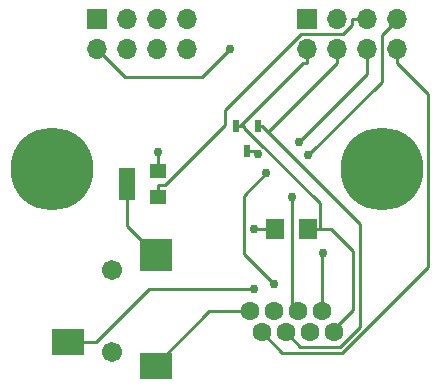
<source format=gbr>
G04 #@! TF.FileFunction,Copper,L1,Top,Signal*
%FSLAX46Y46*%
G04 Gerber Fmt 4.6, Leading zero omitted, Abs format (unit mm)*
G04 Created by KiCad (PCBNEW 4.0.5) date 04/03/17 14:34:28*
%MOMM*%
%LPD*%
G01*
G04 APERTURE LIST*
%ADD10C,0.100000*%
%ADD11R,1.600200X1.803400*%
%ADD12R,2.794000X2.209800*%
%ADD13R,2.794000X2.794000*%
%ADD14C,1.701800*%
%ADD15C,1.600000*%
%ADD16R,1.700000X1.700000*%
%ADD17O,1.700000X1.700000*%
%ADD18R,1.400000X1.200000*%
%ADD19R,1.400000X2.800000*%
%ADD20R,0.599400X1.000800*%
%ADD21C,7.000000*%
%ADD22C,0.762000*%
%ADD23C,0.254000*%
G04 APERTURE END LIST*
D10*
D11*
X52197000Y-49530000D03*
X49403000Y-49530000D03*
D12*
X31851600Y-59105800D03*
D13*
X39268400Y-51714400D03*
D12*
X39268400Y-61112400D03*
D14*
X35560000Y-52984400D03*
X35560000Y-59994800D03*
D15*
X50300000Y-58300000D03*
X52330000Y-58300000D03*
X49270000Y-56520000D03*
X51300000Y-56520000D03*
X47240000Y-56520000D03*
X48270000Y-58300000D03*
X53330000Y-56520000D03*
X54360000Y-58300000D03*
D16*
X52070000Y-31750000D03*
D17*
X52070000Y-34290000D03*
X54610000Y-31750000D03*
X54610000Y-34290000D03*
X57150000Y-31750000D03*
X57150000Y-34290000D03*
X59690000Y-31750000D03*
X59690000Y-34290000D03*
D16*
X34290000Y-31750000D03*
D17*
X34290000Y-34290000D03*
X36830000Y-31750000D03*
X36830000Y-34290000D03*
X39370000Y-31750000D03*
X39370000Y-34290000D03*
X41910000Y-31750000D03*
X41910000Y-34290000D03*
D18*
X39430000Y-46820000D03*
X39430000Y-44620000D03*
D19*
X36830000Y-45720000D03*
D20*
X47942500Y-40853400D03*
X46990000Y-42966600D03*
X46037500Y-40853400D03*
D21*
X58420000Y-44450000D03*
X30480000Y-44450000D03*
D22*
X45593000Y-34290000D03*
X47625000Y-49530000D03*
X39497000Y-43053000D03*
X47935400Y-43231000D03*
X47625000Y-54610000D03*
X53467000Y-51562000D03*
X51435000Y-42164000D03*
X48641000Y-44831000D03*
X49276000Y-54229000D03*
X50800000Y-46863000D03*
X52197000Y-43307000D03*
D23*
X36703000Y-36703000D02*
X34290000Y-34290000D01*
X43180000Y-36703000D02*
X36703000Y-36703000D01*
X45593000Y-34290000D02*
X43180000Y-36703000D01*
X54102000Y-49530000D02*
X53149500Y-49530000D01*
X56007000Y-51435000D02*
X54102000Y-49530000D01*
X56007000Y-56388000D02*
X56007000Y-51435000D01*
X54360000Y-58035000D02*
X56007000Y-56388000D01*
X54360000Y-58300000D02*
X54360000Y-58035000D01*
X53149500Y-49530000D02*
X52197000Y-49530000D01*
X46718500Y-40999900D02*
X46718500Y-40853400D01*
X47641000Y-41922400D02*
X46718500Y-40999900D01*
X47717400Y-41922400D02*
X47641000Y-41922400D01*
X53149500Y-47354500D02*
X47717400Y-41922400D01*
X53149500Y-49530000D02*
X53149500Y-47354500D01*
X46037500Y-40853400D02*
X46378000Y-40853400D01*
X46378000Y-40853400D02*
X46718500Y-40853400D01*
X51710100Y-35521300D02*
X52070000Y-35521300D01*
X46378000Y-40853400D02*
X51710100Y-35521300D01*
X52070000Y-34290000D02*
X52070000Y-35521300D01*
X39268400Y-61112400D02*
X39268400Y-61061600D01*
X39268400Y-61061600D02*
X43810000Y-56520000D01*
X43810000Y-56520000D02*
X47240000Y-56520000D01*
X49403000Y-49530000D02*
X47625000Y-49530000D01*
X39430000Y-43120000D02*
X39497000Y-43053000D01*
X39430000Y-44620000D02*
X39430000Y-43120000D01*
X46990000Y-42966600D02*
X47671000Y-42966600D01*
X47935400Y-43231000D02*
X47671000Y-42966600D01*
X31851600Y-59105800D02*
X34239200Y-59105800D01*
X38735000Y-54610000D02*
X47625000Y-54610000D01*
X34239200Y-59105800D02*
X38735000Y-54610000D01*
X53330000Y-56520000D02*
X53330000Y-51699000D01*
X53330000Y-51699000D02*
X53467000Y-51562000D01*
X36830000Y-45720000D02*
X36830000Y-49276000D01*
X36830000Y-49276000D02*
X39268400Y-51714400D01*
X47942500Y-40853400D02*
X48283000Y-40853400D01*
X54610000Y-34290000D02*
X54610000Y-35521300D01*
X54610000Y-35521300D02*
X48780500Y-41350800D01*
X48283000Y-40853400D02*
X48780500Y-41350800D01*
X51519600Y-59519600D02*
X50300000Y-58300000D01*
X54856700Y-59519600D02*
X51519600Y-59519600D01*
X56536000Y-57840300D02*
X54856700Y-59519600D01*
X56536000Y-49106400D02*
X56536000Y-57840300D01*
X48780500Y-41350800D02*
X56536000Y-49106400D01*
X55918700Y-32260200D02*
X55918700Y-31750000D01*
X55158900Y-33020000D02*
X55918700Y-32260200D01*
X51593100Y-33020000D02*
X55158900Y-33020000D01*
X45181500Y-39431600D02*
X51593100Y-33020000D01*
X45181500Y-40731200D02*
X45181500Y-39431600D01*
X40074000Y-45838700D02*
X45181500Y-40731200D01*
X39430000Y-45838700D02*
X40074000Y-45838700D01*
X39430000Y-46820000D02*
X39430000Y-45838700D01*
X57150000Y-31750000D02*
X55918700Y-31750000D01*
X57150000Y-36449000D02*
X57150000Y-34290000D01*
X51435000Y-42164000D02*
X57150000Y-36449000D01*
X46736000Y-46736000D02*
X48641000Y-44831000D01*
X46736000Y-51689000D02*
X46736000Y-46736000D01*
X49276000Y-54229000D02*
X46736000Y-51689000D01*
X50800000Y-56020000D02*
X50800000Y-46863000D01*
X58420000Y-37084000D02*
X52197000Y-43307000D01*
X58420000Y-33147000D02*
X58420000Y-37084000D01*
X58420000Y-33147000D02*
X59690000Y-31877000D01*
X50800000Y-56020000D02*
X51300000Y-56520000D01*
X59690000Y-31750000D02*
X59690000Y-31877000D01*
X59690000Y-34290000D02*
X59690000Y-35521300D01*
X62313700Y-38145000D02*
X59690000Y-35521300D01*
X62313700Y-52781400D02*
X62313700Y-38145000D01*
X55067200Y-60027900D02*
X62313700Y-52781400D01*
X49997900Y-60027900D02*
X55067200Y-60027900D01*
X48270000Y-58300000D02*
X49997900Y-60027900D01*
M02*

</source>
